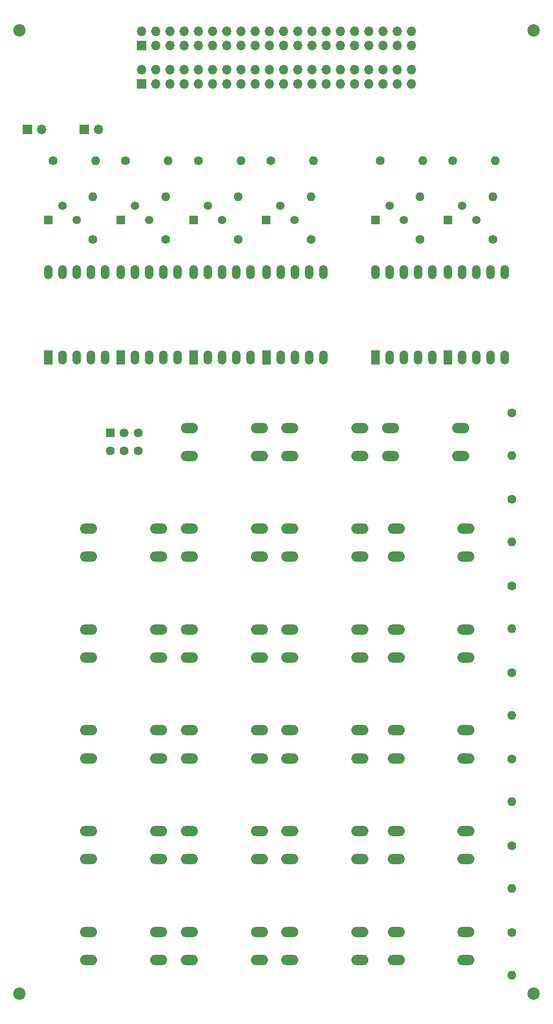
<source format=gbr>
%TF.GenerationSoftware,KiCad,Pcbnew,6.0.2+dfsg-1*%
%TF.CreationDate,2022-05-29T19:59:50-04:00*%
%TF.ProjectId,io-panel,696f2d70-616e-4656-9c2e-6b696361645f,B*%
%TF.SameCoordinates,Original*%
%TF.FileFunction,Soldermask,Top*%
%TF.FilePolarity,Negative*%
%FSLAX46Y46*%
G04 Gerber Fmt 4.6, Leading zero omitted, Abs format (unit mm)*
G04 Created by KiCad (PCBNEW 6.0.2+dfsg-1) date 2022-05-29 19:59:50*
%MOMM*%
%LPD*%
G01*
G04 APERTURE LIST*
%ADD10O,3.048000X1.850000*%
%ADD11R,1.500000X1.500000*%
%ADD12C,1.500000*%
%ADD13C,1.600000*%
%ADD14O,1.600000X1.600000*%
%ADD15R,1.524000X2.524000*%
%ADD16O,1.524000X2.524000*%
%ADD17C,2.200000*%
%ADD18R,1.700000X1.700000*%
%ADD19O,1.700000X1.700000*%
%ADD20R,1.600000X1.600000*%
G04 APERTURE END LIST*
D10*
%TO.C,SW13*%
X90402500Y-147000000D03*
X102902500Y-147000000D03*
X102902500Y-152000000D03*
X90402500Y-152000000D03*
%TD*%
D11*
%TO.C,Q4*%
X104160000Y-91860000D03*
D12*
X106700000Y-89320000D03*
X109240000Y-91860000D03*
%TD*%
D13*
%TO.C,R9*%
X73160000Y-95310000D03*
D14*
X73160000Y-87690000D03*
%TD*%
D10*
%TO.C,SW8*%
X120902500Y-219000000D03*
X108402500Y-219000000D03*
X120902500Y-224000000D03*
X108402500Y-224000000D03*
%TD*%
%TO.C,SW3*%
X120902500Y-165000000D03*
X108402500Y-165000000D03*
X108402500Y-170000000D03*
X120902500Y-170000000D03*
%TD*%
%TO.C,SW7*%
X108402500Y-129000000D03*
X120902500Y-129000000D03*
X120902500Y-134000000D03*
X108402500Y-134000000D03*
%TD*%
%TO.C,SW4*%
X102902500Y-219000000D03*
X90402500Y-219000000D03*
X102902500Y-224000000D03*
X90402500Y-224000000D03*
%TD*%
%TO.C,SW19*%
X72402500Y-165000000D03*
X84902500Y-165000000D03*
X84902500Y-170000000D03*
X72402500Y-170000000D03*
%TD*%
D13*
%TO.C,R2*%
X148082000Y-141763300D03*
D14*
X148082000Y-149383300D03*
%TD*%
D13*
%TO.C,R18*%
X137490000Y-81280000D03*
D14*
X145110000Y-81280000D03*
%TD*%
D13*
%TO.C,R16*%
X124490000Y-81280000D03*
D14*
X132110000Y-81280000D03*
%TD*%
D15*
%TO.C,AFF3*%
X91170000Y-116396000D03*
D16*
X93710000Y-116396000D03*
X96250000Y-116396000D03*
X98790000Y-116396000D03*
X101330000Y-116396000D03*
X101330000Y-101156000D03*
X98790000Y-101156000D03*
X96250000Y-101156000D03*
X93710000Y-101156000D03*
X91170000Y-101156000D03*
%TD*%
D17*
%TO.C,H3*%
X152000000Y-230000000D03*
%TD*%
D13*
%TO.C,R4*%
X148082000Y-172690000D03*
D14*
X148082000Y-180310000D03*
%TD*%
D13*
%TO.C,R10*%
X78990000Y-81280000D03*
D14*
X86610000Y-81280000D03*
%TD*%
D17*
%TO.C,H2*%
X152000000Y-58000000D03*
%TD*%
D11*
%TO.C,Q5*%
X123660000Y-91860000D03*
D12*
X126200000Y-89320000D03*
X128740000Y-91860000D03*
%TD*%
D18*
%TO.C,J2*%
X81875000Y-60700000D03*
D19*
X81875000Y-58160000D03*
X84415000Y-60700000D03*
X84415000Y-58160000D03*
X86955000Y-60700000D03*
X86955000Y-58160000D03*
X89495000Y-60700000D03*
X89495000Y-58160000D03*
X92035000Y-60700000D03*
X92035000Y-58160000D03*
X94575000Y-60700000D03*
X94575000Y-58160000D03*
X97115000Y-60700000D03*
X97115000Y-58160000D03*
X99655000Y-60700000D03*
X99655000Y-58160000D03*
X102195000Y-60700000D03*
X102195000Y-58160000D03*
X104735000Y-60700000D03*
X104735000Y-58160000D03*
X107275000Y-60700000D03*
X107275000Y-58160000D03*
X109815000Y-60700000D03*
X109815000Y-58160000D03*
X112355000Y-60700000D03*
X112355000Y-58160000D03*
X114895000Y-60700000D03*
X114895000Y-58160000D03*
X117435000Y-60700000D03*
X117435000Y-58160000D03*
X119975000Y-60700000D03*
X119975000Y-58160000D03*
X122515000Y-60700000D03*
X122515000Y-58160000D03*
X125055000Y-60700000D03*
X125055000Y-58160000D03*
X127595000Y-60700000D03*
X127595000Y-58160000D03*
X130135000Y-60700000D03*
X130135000Y-58160000D03*
%TD*%
D10*
%TO.C,SW1*%
X84902500Y-219000000D03*
X72402500Y-219000000D03*
X72402500Y-224000000D03*
X84902500Y-224000000D03*
%TD*%
D13*
%TO.C,R11*%
X86160000Y-95310000D03*
D14*
X86160000Y-87690000D03*
%TD*%
D10*
%TO.C,SW25*%
X120902500Y-147000000D03*
X108402500Y-147000000D03*
X120902500Y-152000000D03*
X108402500Y-152000000D03*
%TD*%
D18*
%TO.C,SW21*%
X61460000Y-75720000D03*
D19*
X64000000Y-75720000D03*
%TD*%
D13*
%TO.C,R5*%
X148082000Y-188153300D03*
D14*
X148082000Y-195773300D03*
%TD*%
D10*
%TO.C,SW23*%
X120902500Y-201000000D03*
X108402500Y-201000000D03*
X120902500Y-206000000D03*
X108402500Y-206000000D03*
%TD*%
D11*
%TO.C,Q6*%
X136660000Y-91860000D03*
D12*
X139200000Y-89320000D03*
X141740000Y-91860000D03*
%TD*%
D13*
%TO.C,R19*%
X144660000Y-95310000D03*
D14*
X144660000Y-87690000D03*
%TD*%
D11*
%TO.C,Q2*%
X78160000Y-91860000D03*
D12*
X80700000Y-89320000D03*
X83240000Y-91860000D03*
%TD*%
D10*
%TO.C,SW14*%
X126402500Y-129000000D03*
X138902500Y-129000000D03*
X138902500Y-134000000D03*
X126402500Y-134000000D03*
%TD*%
%TO.C,SW15*%
X72402500Y-201000000D03*
X84902500Y-201000000D03*
X84902500Y-206000000D03*
X72402500Y-206000000D03*
%TD*%
D20*
%TO.C,SW201*%
X76235000Y-129900000D03*
D13*
X78735000Y-129900000D03*
X81235000Y-129900000D03*
X76235000Y-133100000D03*
X78735000Y-133100000D03*
X81235000Y-133100000D03*
%TD*%
D11*
%TO.C,Q3*%
X91160000Y-91860000D03*
D12*
X93700000Y-89320000D03*
X96240000Y-91860000D03*
%TD*%
D17*
%TO.C,H4*%
X60000000Y-230000000D03*
%TD*%
D18*
%TO.C,SW22*%
X71625000Y-75725000D03*
D19*
X74165000Y-75725000D03*
%TD*%
D10*
%TO.C,SW12*%
X120902500Y-183000000D03*
X108402500Y-183000000D03*
X108402500Y-188000000D03*
X120902500Y-188000000D03*
%TD*%
D17*
%TO.C,H1*%
X60000000Y-58000000D03*
%TD*%
D15*
%TO.C,AFF5*%
X123670000Y-116396000D03*
D16*
X126210000Y-116396000D03*
X128750000Y-116396000D03*
X131290000Y-116396000D03*
X133830000Y-116396000D03*
X133830000Y-101156000D03*
X131290000Y-101156000D03*
X128750000Y-101156000D03*
X126210000Y-101156000D03*
X123670000Y-101156000D03*
%TD*%
D15*
%TO.C,AFF1*%
X65170000Y-116396000D03*
D16*
X67710000Y-116396000D03*
X70250000Y-116396000D03*
X72790000Y-116396000D03*
X75330000Y-116396000D03*
X75330000Y-101156000D03*
X72790000Y-101156000D03*
X70250000Y-101156000D03*
X67710000Y-101156000D03*
X65170000Y-101156000D03*
%TD*%
D10*
%TO.C,SW20*%
X90402500Y-129000000D03*
X102902500Y-129000000D03*
X90402500Y-134000000D03*
X102902500Y-134000000D03*
%TD*%
D13*
%TO.C,R3*%
X148082000Y-157226700D03*
D14*
X148082000Y-164846700D03*
%TD*%
D10*
%TO.C,SW24*%
X102902500Y-165000000D03*
X90402500Y-165000000D03*
X102902500Y-170000000D03*
X90402500Y-170000000D03*
%TD*%
%TO.C,SW11*%
X127397500Y-219000000D03*
X139897500Y-219000000D03*
X127397500Y-224000000D03*
X139897500Y-224000000D03*
%TD*%
D13*
%TO.C,R13*%
X99160000Y-95310000D03*
D14*
X99160000Y-87690000D03*
%TD*%
D13*
%TO.C,R6*%
X148082000Y-203616700D03*
D14*
X148082000Y-211236700D03*
%TD*%
D13*
%TO.C,R12*%
X91990000Y-81280000D03*
D14*
X99610000Y-81280000D03*
%TD*%
D13*
%TO.C,R8*%
X65990000Y-81280000D03*
D14*
X73610000Y-81280000D03*
%TD*%
D10*
%TO.C,SW6*%
X127397500Y-165000000D03*
X139897500Y-165000000D03*
X139897500Y-170000000D03*
X127397500Y-170000000D03*
%TD*%
%TO.C,SW5*%
X84902500Y-183000000D03*
X72402500Y-183000000D03*
X84902500Y-188000000D03*
X72402500Y-188000000D03*
%TD*%
%TO.C,SW16*%
X127397500Y-183000000D03*
X139897500Y-183000000D03*
X139897500Y-188000000D03*
X127397500Y-188000000D03*
%TD*%
D18*
%TO.C,J1*%
X81855000Y-67530000D03*
D19*
X81855000Y-64990000D03*
X84395000Y-67530000D03*
X84395000Y-64990000D03*
X86935000Y-67530000D03*
X86935000Y-64990000D03*
X89475000Y-67530000D03*
X89475000Y-64990000D03*
X92015000Y-67530000D03*
X92015000Y-64990000D03*
X94555000Y-67530000D03*
X94555000Y-64990000D03*
X97095000Y-67530000D03*
X97095000Y-64990000D03*
X99635000Y-67530000D03*
X99635000Y-64990000D03*
X102175000Y-67530000D03*
X102175000Y-64990000D03*
X104715000Y-67530000D03*
X104715000Y-64990000D03*
X107255000Y-67530000D03*
X107255000Y-64990000D03*
X109795000Y-67530000D03*
X109795000Y-64990000D03*
X112335000Y-67530000D03*
X112335000Y-64990000D03*
X114875000Y-67530000D03*
X114875000Y-64990000D03*
X117415000Y-67530000D03*
X117415000Y-64990000D03*
X119955000Y-67530000D03*
X119955000Y-64990000D03*
X122495000Y-67530000D03*
X122495000Y-64990000D03*
X125035000Y-67530000D03*
X125035000Y-64990000D03*
X127575000Y-67530000D03*
X127575000Y-64990000D03*
X130115000Y-67530000D03*
X130115000Y-64990000D03*
%TD*%
D11*
%TO.C,Q1*%
X65160000Y-91860000D03*
D12*
X67700000Y-89320000D03*
X70240000Y-91860000D03*
%TD*%
D10*
%TO.C,SW18*%
X90402500Y-201000000D03*
X102902500Y-201000000D03*
X102902500Y-206000000D03*
X90402500Y-206000000D03*
%TD*%
D13*
%TO.C,R7*%
X148082000Y-219080000D03*
D14*
X148082000Y-226700000D03*
%TD*%
D15*
%TO.C,AFF2*%
X78170000Y-116396000D03*
D16*
X80710000Y-116396000D03*
X83250000Y-116396000D03*
X85790000Y-116396000D03*
X88330000Y-116396000D03*
X88330000Y-101156000D03*
X85790000Y-101156000D03*
X83250000Y-101156000D03*
X80710000Y-101156000D03*
X78170000Y-101156000D03*
%TD*%
D13*
%TO.C,R17*%
X131660000Y-95310000D03*
D14*
X131660000Y-87690000D03*
%TD*%
D10*
%TO.C,SW17*%
X139897500Y-147000000D03*
X127397500Y-147000000D03*
X127397500Y-152000000D03*
X139897500Y-152000000D03*
%TD*%
%TO.C,SW10*%
X72402500Y-147000000D03*
X84902500Y-147000000D03*
X72402500Y-152000000D03*
X84902500Y-152000000D03*
%TD*%
D13*
%TO.C,R1*%
X148082000Y-126300000D03*
D14*
X148082000Y-133920000D03*
%TD*%
D10*
%TO.C,SW9*%
X102902500Y-183000000D03*
X90402500Y-183000000D03*
X102902500Y-188000000D03*
X90402500Y-188000000D03*
%TD*%
D15*
%TO.C,AFF4*%
X104170000Y-116396000D03*
D16*
X106710000Y-116396000D03*
X109250000Y-116396000D03*
X111790000Y-116396000D03*
X114330000Y-116396000D03*
X114330000Y-101156000D03*
X111790000Y-101156000D03*
X109250000Y-101156000D03*
X106710000Y-101156000D03*
X104170000Y-101156000D03*
%TD*%
D13*
%TO.C,R15*%
X112160000Y-95310000D03*
D14*
X112160000Y-87690000D03*
%TD*%
D13*
%TO.C,R14*%
X104990000Y-81280000D03*
D14*
X112610000Y-81280000D03*
%TD*%
D10*
%TO.C,SW2*%
X139897500Y-201000000D03*
X127397500Y-201000000D03*
X127397500Y-206000000D03*
X139897500Y-206000000D03*
%TD*%
D15*
%TO.C,AFF6*%
X136670000Y-116396000D03*
D16*
X139210000Y-116396000D03*
X141750000Y-116396000D03*
X144290000Y-116396000D03*
X146830000Y-116396000D03*
X146830000Y-101156000D03*
X144290000Y-101156000D03*
X141750000Y-101156000D03*
X139210000Y-101156000D03*
X136670000Y-101156000D03*
%TD*%
M02*

</source>
